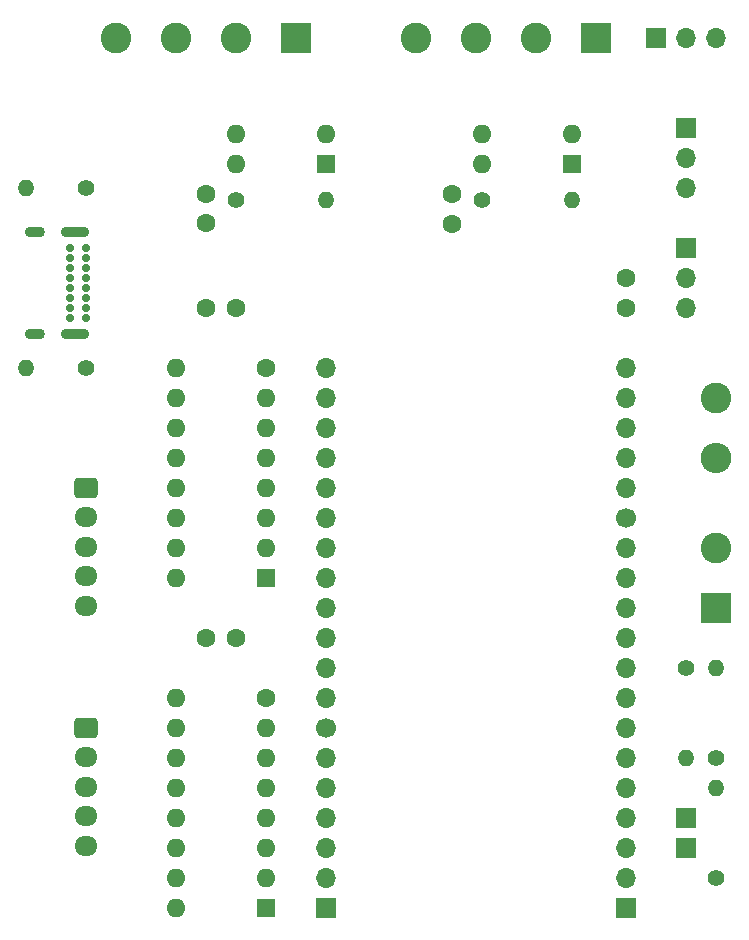
<source format=gts>
G04 #@! TF.GenerationSoftware,KiCad,Pcbnew,(6.0.4)*
G04 #@! TF.CreationDate,2023-04-20T13:50:42+02:00*
G04 #@! TF.ProjectId,XRTL_opto,5852544c-5f6f-4707-946f-2e6b69636164,1.0*
G04 #@! TF.SameCoordinates,Original*
G04 #@! TF.FileFunction,Soldermask,Top*
G04 #@! TF.FilePolarity,Negative*
%FSLAX46Y46*%
G04 Gerber Fmt 4.6, Leading zero omitted, Abs format (unit mm)*
G04 Created by KiCad (PCBNEW (6.0.4)) date 2023-04-20 13:50:42*
%MOMM*%
%LPD*%
G01*
G04 APERTURE LIST*
G04 Aperture macros list*
%AMRoundRect*
0 Rectangle with rounded corners*
0 $1 Rounding radius*
0 $2 $3 $4 $5 $6 $7 $8 $9 X,Y pos of 4 corners*
0 Add a 4 corners polygon primitive as box body*
4,1,4,$2,$3,$4,$5,$6,$7,$8,$9,$2,$3,0*
0 Add four circle primitives for the rounded corners*
1,1,$1+$1,$2,$3*
1,1,$1+$1,$4,$5*
1,1,$1+$1,$6,$7*
1,1,$1+$1,$8,$9*
0 Add four rect primitives between the rounded corners*
20,1,$1+$1,$2,$3,$4,$5,0*
20,1,$1+$1,$4,$5,$6,$7,0*
20,1,$1+$1,$6,$7,$8,$9,0*
20,1,$1+$1,$8,$9,$2,$3,0*%
%AMHorizOval*
0 Thick line with rounded ends*
0 $1 width*
0 $2 $3 position (X,Y) of the first rounded end (center of the circle)*
0 $4 $5 position (X,Y) of the second rounded end (center of the circle)*
0 Add line between two ends*
20,1,$1,$2,$3,$4,$5,0*
0 Add two circle primitives to create the rounded ends*
1,1,$1,$2,$3*
1,1,$1,$4,$5*%
G04 Aperture macros list end*
%ADD10R,2.600000X2.600000*%
%ADD11C,2.600000*%
%ADD12C,1.400000*%
%ADD13O,1.400000X1.400000*%
%ADD14R,1.700000X1.700000*%
%ADD15C,1.600000*%
%ADD16R,1.600000X1.600000*%
%ADD17O,1.600000X1.600000*%
%ADD18HorizOval,1.600000X0.000000X0.000000X0.000000X0.000000X0*%
%ADD19O,1.700000X1.700000*%
%ADD20HorizOval,1.700000X0.000000X0.000000X0.000000X0.000000X0*%
%ADD21RoundRect,0.250000X-0.725000X0.600000X-0.725000X-0.600000X0.725000X-0.600000X0.725000X0.600000X0*%
%ADD22O,1.950000X1.700000*%
%ADD23O,2.600000X2.600000*%
%ADD24C,0.700000*%
%ADD25O,1.700000X0.900000*%
%ADD26O,2.400000X0.900000*%
G04 APERTURE END LIST*
D10*
X124460000Y-53340000D03*
D11*
X119380000Y-53340000D03*
X114300000Y-53340000D03*
X109220000Y-53340000D03*
D12*
X81280000Y-81280000D03*
D13*
X76200000Y-81280000D03*
D14*
X132080000Y-121920000D03*
D15*
X127000000Y-76200000D03*
X127000000Y-73700000D03*
D16*
X96520000Y-99060000D03*
D17*
X96520000Y-96520000D03*
X96520000Y-93980000D03*
X96520000Y-91440000D03*
X96520000Y-88900000D03*
X96520000Y-86360000D03*
X96520000Y-83820000D03*
D18*
X96520000Y-81280000D03*
D17*
X88900000Y-81280000D03*
X88900000Y-83820000D03*
X88900000Y-86360000D03*
X88900000Y-88900000D03*
X88900000Y-91440000D03*
X88900000Y-93980000D03*
X88900000Y-96520000D03*
X88900000Y-99060000D03*
D14*
X127000000Y-127000000D03*
D19*
X127000000Y-124460000D03*
X127000000Y-121920000D03*
X127000000Y-119380000D03*
X127000000Y-116840000D03*
X127000000Y-114300000D03*
X127000000Y-111760000D03*
X127000000Y-109220000D03*
X127000000Y-106680000D03*
X127000000Y-104140000D03*
X127000000Y-101600000D03*
X127000000Y-99060000D03*
X127000000Y-96520000D03*
D20*
X127000000Y-93980000D03*
D19*
X127000000Y-91440000D03*
X127000000Y-88900000D03*
X127000000Y-86360000D03*
X127000000Y-83820000D03*
X127000000Y-81280000D03*
D12*
X132080000Y-106680000D03*
D13*
X132080000Y-114300000D03*
D15*
X91440000Y-76200000D03*
X93940000Y-76200000D03*
D12*
X93980000Y-67056000D03*
D13*
X101600000Y-67056000D03*
D12*
X81280000Y-66040000D03*
D13*
X76200000Y-66040000D03*
D12*
X114808000Y-67056000D03*
D13*
X122428000Y-67056000D03*
D15*
X112268000Y-69088000D03*
X112268000Y-66588000D03*
D16*
X122428000Y-64008000D03*
D17*
X122428000Y-61468000D03*
X114808000Y-61468000D03*
X114808000Y-64008000D03*
D16*
X96520000Y-127000000D03*
D17*
X96520000Y-124460000D03*
X96520000Y-121920000D03*
X96520000Y-119380000D03*
X96520000Y-116840000D03*
X96520000Y-114300000D03*
X96520000Y-111760000D03*
D18*
X96520000Y-109220000D03*
D17*
X88900000Y-109220000D03*
X88900000Y-111760000D03*
X88900000Y-114300000D03*
X88900000Y-116840000D03*
X88900000Y-119380000D03*
X88900000Y-121920000D03*
X88900000Y-124460000D03*
X88900000Y-127000000D03*
D21*
X81280000Y-111760000D03*
D22*
X81280000Y-114260000D03*
X81280000Y-116760000D03*
X81280000Y-119260000D03*
X81280000Y-121760000D03*
D12*
X134620000Y-124460000D03*
D13*
X134620000Y-116840000D03*
D14*
X101600000Y-127000000D03*
D19*
X101600000Y-124460000D03*
X101600000Y-121920000D03*
X101600000Y-119380000D03*
X101600000Y-116840000D03*
X101600000Y-114300000D03*
D20*
X101600000Y-111760000D03*
D19*
X101600000Y-109220000D03*
X101600000Y-106680000D03*
X101600000Y-104140000D03*
X101600000Y-101600000D03*
X101600000Y-99060000D03*
X101600000Y-96520000D03*
X101600000Y-93980000D03*
X101600000Y-91440000D03*
X101600000Y-88900000D03*
X101600000Y-86360000D03*
X101600000Y-83820000D03*
X101600000Y-81280000D03*
D14*
X132080000Y-60960000D03*
D19*
X132080000Y-63500000D03*
X132080000Y-66040000D03*
D21*
X81280000Y-91440000D03*
D22*
X81280000Y-93940000D03*
X81280000Y-96440000D03*
X81280000Y-98940000D03*
X81280000Y-101440000D03*
D14*
X132080000Y-119380000D03*
D15*
X91440000Y-104140000D03*
X93940000Y-104140000D03*
D23*
X134620000Y-88900000D03*
D11*
X134620000Y-83820000D03*
D15*
X91440000Y-69048000D03*
X91440000Y-66548000D03*
D10*
X134620000Y-101600000D03*
D11*
X134620000Y-96520000D03*
D16*
X101600000Y-64008000D03*
D17*
X101600000Y-61468000D03*
X93980000Y-61468000D03*
X93980000Y-64008000D03*
D14*
X132080000Y-71120000D03*
D19*
X132080000Y-73660000D03*
X132080000Y-76200000D03*
D14*
X129540000Y-53340000D03*
D19*
X132080000Y-53340000D03*
X134620000Y-53340000D03*
D10*
X99060000Y-53340000D03*
D11*
X93980000Y-53340000D03*
X88900000Y-53340000D03*
X83820000Y-53340000D03*
D24*
X81280000Y-71120000D03*
X81280000Y-71970000D03*
X81280000Y-72820000D03*
X81280000Y-73670000D03*
X81280000Y-74520000D03*
X81280000Y-75370000D03*
X81280000Y-76220000D03*
X81280000Y-77070000D03*
X79930000Y-77070000D03*
X79930000Y-76220000D03*
X79930000Y-75370000D03*
X79930000Y-74520000D03*
X79930000Y-73670000D03*
X79930000Y-72820000D03*
X79930000Y-71970000D03*
X79930000Y-71120000D03*
D25*
X76920000Y-78420000D03*
D26*
X80300000Y-78420000D03*
X80300000Y-69770000D03*
D25*
X76920000Y-69770000D03*
D12*
X134620000Y-114300000D03*
D13*
X134620000Y-106680000D03*
M02*

</source>
